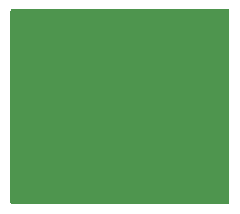
<source format=gbl>
G04 #@! TF.GenerationSoftware,KiCad,Pcbnew,7.0.4*
G04 #@! TF.CreationDate,2023-08-12T11:29:38+02:00*
G04 #@! TF.ProjectId,NB3_ear,4e42335f-6561-4722-9e6b-696361645f70,0.0.1*
G04 #@! TF.SameCoordinates,PX868b5c0PY6ee3738*
G04 #@! TF.FileFunction,Copper,L2,Bot*
G04 #@! TF.FilePolarity,Positive*
%FSLAX46Y46*%
G04 Gerber Fmt 4.6, Leading zero omitted, Abs format (unit mm)*
G04 Created by KiCad (PCBNEW 7.0.4) date 2023-08-12 11:29:38*
%MOMM*%
%LPD*%
G01*
G04 APERTURE LIST*
G04 #@! TA.AperFunction,ViaPad*
%ADD10C,0.800000*%
G04 #@! TD*
G04 APERTURE END LIST*
D10*
X16000000Y16500000D03*
X2000000Y1500000D03*
X10000000Y4500000D03*
X16000000Y1500000D03*
X7460000Y11580000D03*
X12540000Y11580000D03*
X10000000Y6500000D03*
X18000000Y16500000D03*
X2000000Y16500000D03*
X18000000Y1500000D03*
X4000000Y1500000D03*
X4000000Y16500000D03*
X3650000Y11580000D03*
X6190000Y11580000D03*
X7500000Y16750000D03*
X12494000Y16744000D03*
G04 #@! TA.AperFunction,Conductor*
G36*
X19246121Y17251998D02*
G01*
X19292614Y17198342D01*
X19304000Y17146000D01*
X19304000Y888000D01*
X19283998Y819879D01*
X19230342Y773386D01*
X19178000Y762000D01*
X888000Y762000D01*
X819879Y782002D01*
X773386Y835658D01*
X762000Y888000D01*
X762000Y17146000D01*
X782002Y17214121D01*
X835658Y17260614D01*
X888000Y17272000D01*
X19178000Y17272000D01*
X19246121Y17251998D01*
G37*
G04 #@! TD.AperFunction*
M02*

</source>
